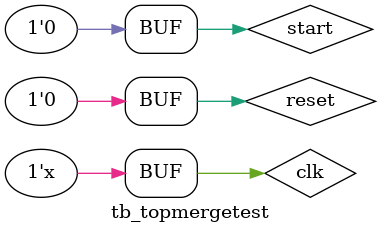
<source format=v>
`timescale 1ns / 1ps


module tb_topmergetest(

    );
    
    reg clk;
    always begin
      #1 clk <= ~clk;
    end
    
    reg reset;
    reg start;
    wire [35:0] stub;
        
    tb_mergesm UUSM(
       .clk(clk),
      .reset(reset),
       .start(start),
       .stub_out(stub)
    );
    
  initial begin
    clk = 1;
    start = 0;
    reset = 0;
    
    #10 reset = 1;
    #2  reset = 0;
    
    #10.1 start = 1;
    #2  start = 0;
  end
   
endmodule

</source>
